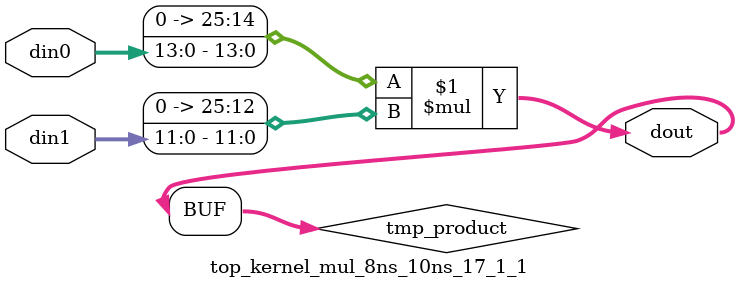
<source format=v>

`timescale 1 ns / 1 ps

 module top_kernel_mul_8ns_10ns_17_1_1(din0, din1, dout);
parameter ID = 1;
parameter NUM_STAGE = 0;
parameter din0_WIDTH = 14;
parameter din1_WIDTH = 12;
parameter dout_WIDTH = 26;

input [din0_WIDTH - 1 : 0] din0; 
input [din1_WIDTH - 1 : 0] din1; 
output [dout_WIDTH - 1 : 0] dout;

wire signed [dout_WIDTH - 1 : 0] tmp_product;
























assign tmp_product = $signed({1'b0, din0}) * $signed({1'b0, din1});











assign dout = tmp_product;





















endmodule

</source>
